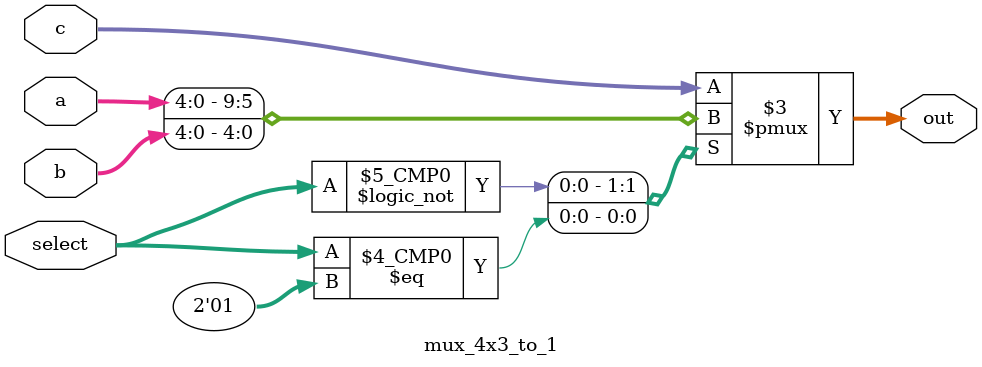
<source format=v>
`timescale 1ns/1ps

/* 

    * Assignment - 6
    * Problem - 3
    * Semester - 5 (Autumn)
    * Group - 56
    * Group members - Utsav Mehta (20CS10069) and Vibhu (20CS10072)

*/

module mux_4x3_to_1(a, b, c, select, out);

    input [4:0] a, b, c;
    input [1:0] select;
    output reg [4:0] out;

    always @(*) begin
        case (select)
            2'b00: out = a;
            2'b01: out = b;
            default: out = c;
        endcase
    end

endmodule
</source>
